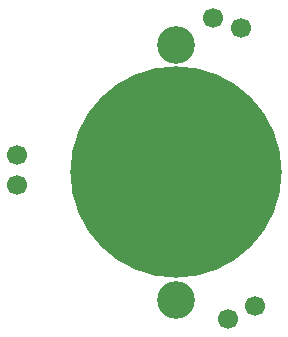
<source format=gbr>
G04 DipTrace 3.2.0.1*
G04 BottomMask.gbr*
%MOIN*%
G04 #@! TF.FileFunction,Soldermask,Bot*
G04 #@! TF.Part,Single*
%ADD40C,0.704724*%
%ADD42C,0.125984*%
%ADD54C,0.066929*%
%FSLAX26Y26*%
G04*
G70*
G90*
G75*
G01*
G04 BotMask*
%LPD*%
D54*
X1095961Y1473791D3*
X1189929Y1439589D3*
X441732Y1015354D3*
Y915354D3*
X1235529Y514193D3*
X1145650Y470356D3*
D42*
X971260Y1384646D3*
Y534252D3*
D40*
Y959449D3*
M02*

</source>
